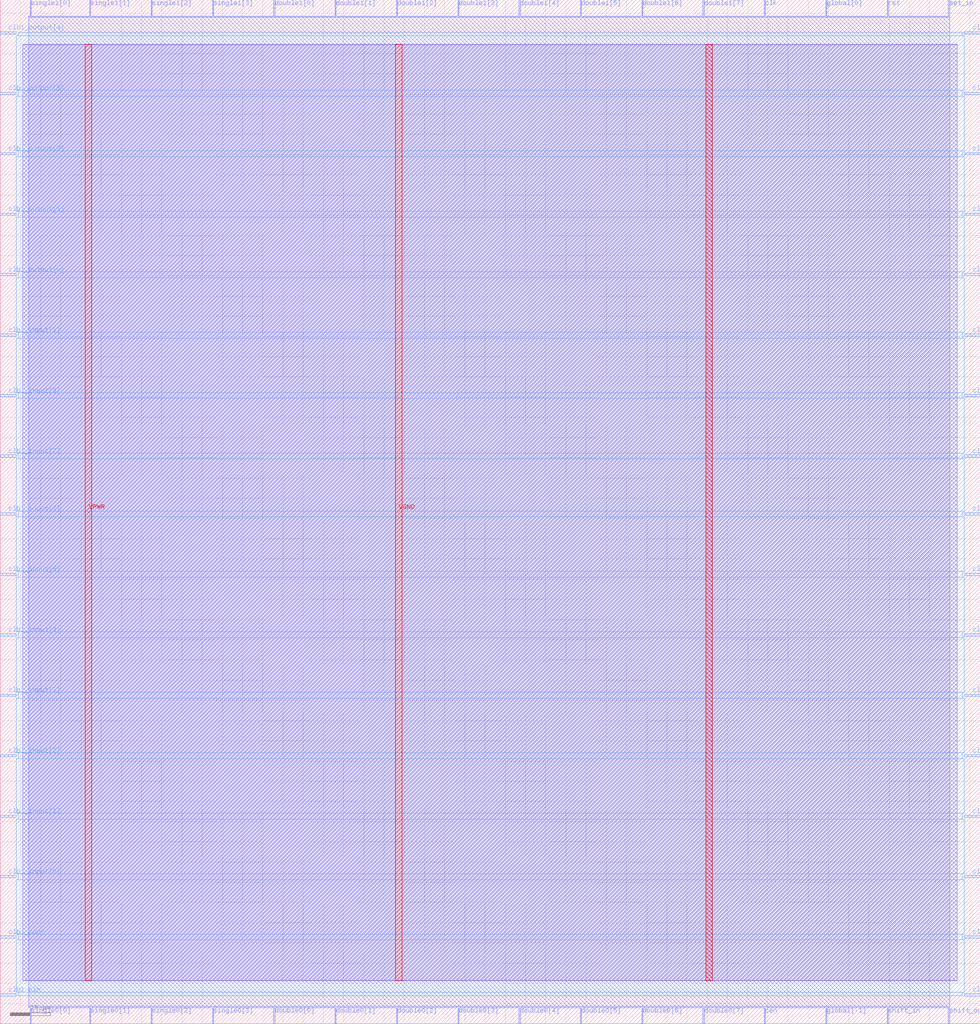
<source format=lef>
VERSION 5.7 ;
  NOWIREEXTENSIONATPIN ON ;
  DIVIDERCHAR "/" ;
  BUSBITCHARS "[]" ;
MACRO baked_connection_block
  CLASS BLOCK ;
  FOREIGN baked_connection_block ;
  ORIGIN 0.000 0.000 ;
  SIZE 242.560 BY 253.280 ;
  PIN cen
    DIRECTION INPUT ;
    PORT
      LAYER met2 ;
        RECT 189.150 0.000 189.430 4.000 ;
    END
  END cen
  PIN clb0_cin
    DIRECTION OUTPUT TRISTATE ;
    PORT
      LAYER met3 ;
        RECT 238.560 6.840 242.560 7.440 ;
    END
  END clb0_cin
  PIN clb0_cout
    DIRECTION INPUT ;
    PORT
      LAYER met3 ;
        RECT 238.560 21.120 242.560 21.720 ;
    END
  END clb0_cout
  PIN clb0_input[0]
    DIRECTION OUTPUT TRISTATE ;
    PORT
      LAYER met3 ;
        RECT 238.560 36.080 242.560 36.680 ;
    END
  END clb0_input[0]
  PIN clb0_input[1]
    DIRECTION OUTPUT TRISTATE ;
    PORT
      LAYER met3 ;
        RECT 238.560 51.040 242.560 51.640 ;
    END
  END clb0_input[1]
  PIN clb0_input[2]
    DIRECTION OUTPUT TRISTATE ;
    PORT
      LAYER met3 ;
        RECT 238.560 66.000 242.560 66.600 ;
    END
  END clb0_input[2]
  PIN clb0_input[3]
    DIRECTION OUTPUT TRISTATE ;
    PORT
      LAYER met3 ;
        RECT 238.560 80.960 242.560 81.560 ;
    END
  END clb0_input[3]
  PIN clb0_input[4]
    DIRECTION OUTPUT TRISTATE ;
    PORT
      LAYER met3 ;
        RECT 238.560 95.920 242.560 96.520 ;
    END
  END clb0_input[4]
  PIN clb0_input[5]
    DIRECTION OUTPUT TRISTATE ;
    PORT
      LAYER met3 ;
        RECT 238.560 110.880 242.560 111.480 ;
    END
  END clb0_input[5]
  PIN clb0_input[6]
    DIRECTION OUTPUT TRISTATE ;
    PORT
      LAYER met3 ;
        RECT 238.560 125.840 242.560 126.440 ;
    END
  END clb0_input[6]
  PIN clb0_input[7]
    DIRECTION OUTPUT TRISTATE ;
    PORT
      LAYER met3 ;
        RECT 238.560 140.120 242.560 140.720 ;
    END
  END clb0_input[7]
  PIN clb0_input[8]
    DIRECTION OUTPUT TRISTATE ;
    PORT
      LAYER met3 ;
        RECT 238.560 155.080 242.560 155.680 ;
    END
  END clb0_input[8]
  PIN clb0_input[9]
    DIRECTION OUTPUT TRISTATE ;
    PORT
      LAYER met3 ;
        RECT 238.560 170.040 242.560 170.640 ;
    END
  END clb0_input[9]
  PIN clb0_output[0]
    DIRECTION INPUT ;
    PORT
      LAYER met3 ;
        RECT 238.560 185.000 242.560 185.600 ;
    END
  END clb0_output[0]
  PIN clb0_output[1]
    DIRECTION INPUT ;
    PORT
      LAYER met3 ;
        RECT 238.560 199.960 242.560 200.560 ;
    END
  END clb0_output[1]
  PIN clb0_output[2]
    DIRECTION INPUT ;
    PORT
      LAYER met3 ;
        RECT 238.560 214.920 242.560 215.520 ;
    END
  END clb0_output[2]
  PIN clb0_output[3]
    DIRECTION INPUT ;
    PORT
      LAYER met3 ;
        RECT 238.560 229.880 242.560 230.480 ;
    END
  END clb0_output[3]
  PIN clb0_output[4]
    DIRECTION INPUT ;
    PORT
      LAYER met3 ;
        RECT 238.560 244.840 242.560 245.440 ;
    END
  END clb0_output[4]
  PIN clb1_cin
    DIRECTION OUTPUT TRISTATE ;
    PORT
      LAYER met3 ;
        RECT 0.000 6.840 4.000 7.440 ;
    END
  END clb1_cin
  PIN clb1_cout
    DIRECTION INPUT ;
    PORT
      LAYER met3 ;
        RECT 0.000 21.120 4.000 21.720 ;
    END
  END clb1_cout
  PIN clb1_input[0]
    DIRECTION OUTPUT TRISTATE ;
    PORT
      LAYER met3 ;
        RECT 0.000 36.080 4.000 36.680 ;
    END
  END clb1_input[0]
  PIN clb1_input[1]
    DIRECTION OUTPUT TRISTATE ;
    PORT
      LAYER met3 ;
        RECT 0.000 51.040 4.000 51.640 ;
    END
  END clb1_input[1]
  PIN clb1_input[2]
    DIRECTION OUTPUT TRISTATE ;
    PORT
      LAYER met3 ;
        RECT 0.000 66.000 4.000 66.600 ;
    END
  END clb1_input[2]
  PIN clb1_input[3]
    DIRECTION OUTPUT TRISTATE ;
    PORT
      LAYER met3 ;
        RECT 0.000 80.960 4.000 81.560 ;
    END
  END clb1_input[3]
  PIN clb1_input[4]
    DIRECTION OUTPUT TRISTATE ;
    PORT
      LAYER met3 ;
        RECT 0.000 95.920 4.000 96.520 ;
    END
  END clb1_input[4]
  PIN clb1_input[5]
    DIRECTION OUTPUT TRISTATE ;
    PORT
      LAYER met3 ;
        RECT 0.000 110.880 4.000 111.480 ;
    END
  END clb1_input[5]
  PIN clb1_input[6]
    DIRECTION OUTPUT TRISTATE ;
    PORT
      LAYER met3 ;
        RECT 0.000 125.840 4.000 126.440 ;
    END
  END clb1_input[6]
  PIN clb1_input[7]
    DIRECTION OUTPUT TRISTATE ;
    PORT
      LAYER met3 ;
        RECT 0.000 140.120 4.000 140.720 ;
    END
  END clb1_input[7]
  PIN clb1_input[8]
    DIRECTION OUTPUT TRISTATE ;
    PORT
      LAYER met3 ;
        RECT 0.000 155.080 4.000 155.680 ;
    END
  END clb1_input[8]
  PIN clb1_input[9]
    DIRECTION OUTPUT TRISTATE ;
    PORT
      LAYER met3 ;
        RECT 0.000 170.040 4.000 170.640 ;
    END
  END clb1_input[9]
  PIN clb1_output[0]
    DIRECTION INPUT ;
    PORT
      LAYER met3 ;
        RECT 0.000 185.000 4.000 185.600 ;
    END
  END clb1_output[0]
  PIN clb1_output[1]
    DIRECTION INPUT ;
    PORT
      LAYER met3 ;
        RECT 0.000 199.960 4.000 200.560 ;
    END
  END clb1_output[1]
  PIN clb1_output[2]
    DIRECTION INPUT ;
    PORT
      LAYER met3 ;
        RECT 0.000 214.920 4.000 215.520 ;
    END
  END clb1_output[2]
  PIN clb1_output[3]
    DIRECTION INPUT ;
    PORT
      LAYER met3 ;
        RECT 0.000 229.880 4.000 230.480 ;
    END
  END clb1_output[3]
  PIN clb1_output[4]
    DIRECTION INPUT ;
    PORT
      LAYER met3 ;
        RECT 0.000 244.840 4.000 245.440 ;
    END
  END clb1_output[4]
  PIN clk
    DIRECTION INPUT ;
    PORT
      LAYER met2 ;
        RECT 189.150 249.280 189.430 253.280 ;
    END
  END clk
  PIN double0[0]
    DIRECTION INOUT ;
    PORT
      LAYER met2 ;
        RECT 67.710 0.000 67.990 4.000 ;
    END
  END double0[0]
  PIN double0[1]
    DIRECTION INOUT ;
    PORT
      LAYER met2 ;
        RECT 82.890 0.000 83.170 4.000 ;
    END
  END double0[1]
  PIN double0[2]
    DIRECTION INOUT ;
    PORT
      LAYER met2 ;
        RECT 98.070 0.000 98.350 4.000 ;
    END
  END double0[2]
  PIN double0[3]
    DIRECTION INOUT ;
    PORT
      LAYER met2 ;
        RECT 113.250 0.000 113.530 4.000 ;
    END
  END double0[3]
  PIN double0[4]
    DIRECTION INOUT ;
    PORT
      LAYER met2 ;
        RECT 128.430 0.000 128.710 4.000 ;
    END
  END double0[4]
  PIN double0[5]
    DIRECTION INOUT ;
    PORT
      LAYER met2 ;
        RECT 143.610 0.000 143.890 4.000 ;
    END
  END double0[5]
  PIN double0[6]
    DIRECTION INOUT ;
    PORT
      LAYER met2 ;
        RECT 158.790 0.000 159.070 4.000 ;
    END
  END double0[6]
  PIN double0[7]
    DIRECTION INOUT ;
    PORT
      LAYER met2 ;
        RECT 173.970 0.000 174.250 4.000 ;
    END
  END double0[7]
  PIN double1[0]
    DIRECTION INOUT ;
    PORT
      LAYER met2 ;
        RECT 67.710 249.280 67.990 253.280 ;
    END
  END double1[0]
  PIN double1[1]
    DIRECTION INOUT ;
    PORT
      LAYER met2 ;
        RECT 82.890 249.280 83.170 253.280 ;
    END
  END double1[1]
  PIN double1[2]
    DIRECTION INOUT ;
    PORT
      LAYER met2 ;
        RECT 98.070 249.280 98.350 253.280 ;
    END
  END double1[2]
  PIN double1[3]
    DIRECTION INOUT ;
    PORT
      LAYER met2 ;
        RECT 113.250 249.280 113.530 253.280 ;
    END
  END double1[3]
  PIN double1[4]
    DIRECTION INOUT ;
    PORT
      LAYER met2 ;
        RECT 128.430 249.280 128.710 253.280 ;
    END
  END double1[4]
  PIN double1[5]
    DIRECTION INOUT ;
    PORT
      LAYER met2 ;
        RECT 143.610 249.280 143.890 253.280 ;
    END
  END double1[5]
  PIN double1[6]
    DIRECTION INOUT ;
    PORT
      LAYER met2 ;
        RECT 158.790 249.280 159.070 253.280 ;
    END
  END double1[6]
  PIN double1[7]
    DIRECTION INOUT ;
    PORT
      LAYER met2 ;
        RECT 173.970 249.280 174.250 253.280 ;
    END
  END double1[7]
  PIN global[-1]
    DIRECTION INOUT ;
    PORT
      LAYER met2 ;
        RECT 204.330 0.000 204.610 4.000 ;
    END
  END global[-1]
  PIN global[0]
    DIRECTION INOUT ;
    PORT
      LAYER met2 ;
        RECT 204.330 249.280 204.610 253.280 ;
    END
  END global[0]
  PIN rst
    DIRECTION INPUT ;
    PORT
      LAYER met2 ;
        RECT 219.510 249.280 219.790 253.280 ;
    END
  END rst
  PIN set_in
    DIRECTION INPUT ;
    PORT
      LAYER met2 ;
        RECT 234.690 249.280 234.970 253.280 ;
    END
  END set_in
  PIN shift_in
    DIRECTION INPUT ;
    PORT
      LAYER met2 ;
        RECT 219.510 0.000 219.790 4.000 ;
    END
  END shift_in
  PIN shift_out
    DIRECTION OUTPUT TRISTATE ;
    PORT
      LAYER met2 ;
        RECT 234.690 0.000 234.970 4.000 ;
    END
  END shift_out
  PIN single0[0]
    DIRECTION INOUT ;
    PORT
      LAYER met2 ;
        RECT 7.450 0.000 7.730 4.000 ;
    END
  END single0[0]
  PIN single0[1]
    DIRECTION INOUT ;
    PORT
      LAYER met2 ;
        RECT 22.170 0.000 22.450 4.000 ;
    END
  END single0[1]
  PIN single0[2]
    DIRECTION INOUT ;
    PORT
      LAYER met2 ;
        RECT 37.350 0.000 37.630 4.000 ;
    END
  END single0[2]
  PIN single0[3]
    DIRECTION INOUT ;
    PORT
      LAYER met2 ;
        RECT 52.530 0.000 52.810 4.000 ;
    END
  END single0[3]
  PIN single1[0]
    DIRECTION INOUT ;
    PORT
      LAYER met2 ;
        RECT 7.450 249.280 7.730 253.280 ;
    END
  END single1[0]
  PIN single1[1]
    DIRECTION INOUT ;
    PORT
      LAYER met2 ;
        RECT 22.170 249.280 22.450 253.280 ;
    END
  END single1[1]
  PIN single1[2]
    DIRECTION INOUT ;
    PORT
      LAYER met2 ;
        RECT 37.350 249.280 37.630 253.280 ;
    END
  END single1[2]
  PIN single1[3]
    DIRECTION INOUT ;
    PORT
      LAYER met2 ;
        RECT 52.530 249.280 52.810 253.280 ;
    END
  END single1[3]
  PIN VPWR
    DIRECTION INPUT ;
    USE POWER ;
    PORT
      LAYER met4 ;
        RECT 21.040 10.640 22.640 242.320 ;
    END
  END VPWR
  PIN VGND
    DIRECTION INPUT ;
    USE GROUND ;
    PORT
      LAYER met4 ;
        RECT 97.840 10.640 99.440 242.320 ;
    END
  END VGND
  OBS
      LAYER li1 ;
        RECT 5.520 10.795 236.900 242.165 ;
      LAYER met1 ;
        RECT 5.520 10.640 236.900 242.320 ;
      LAYER met2 ;
        RECT 7.000 249.000 7.170 249.280 ;
        RECT 8.010 249.000 21.890 249.280 ;
        RECT 22.730 249.000 37.070 249.280 ;
        RECT 37.910 249.000 52.250 249.280 ;
        RECT 53.090 249.000 67.430 249.280 ;
        RECT 68.270 249.000 82.610 249.280 ;
        RECT 83.450 249.000 97.790 249.280 ;
        RECT 98.630 249.000 112.970 249.280 ;
        RECT 113.810 249.000 128.150 249.280 ;
        RECT 128.990 249.000 143.330 249.280 ;
        RECT 144.170 249.000 158.510 249.280 ;
        RECT 159.350 249.000 173.690 249.280 ;
        RECT 174.530 249.000 188.870 249.280 ;
        RECT 189.710 249.000 204.050 249.280 ;
        RECT 204.890 249.000 219.230 249.280 ;
        RECT 220.070 249.000 234.410 249.280 ;
        RECT 7.000 4.280 234.960 249.000 ;
        RECT 7.000 4.000 7.170 4.280 ;
        RECT 8.010 4.000 21.890 4.280 ;
        RECT 22.730 4.000 37.070 4.280 ;
        RECT 37.910 4.000 52.250 4.280 ;
        RECT 53.090 4.000 67.430 4.280 ;
        RECT 68.270 4.000 82.610 4.280 ;
        RECT 83.450 4.000 97.790 4.280 ;
        RECT 98.630 4.000 112.970 4.280 ;
        RECT 113.810 4.000 128.150 4.280 ;
        RECT 128.990 4.000 143.330 4.280 ;
        RECT 144.170 4.000 158.510 4.280 ;
        RECT 159.350 4.000 173.690 4.280 ;
        RECT 174.530 4.000 188.870 4.280 ;
        RECT 189.710 4.000 204.050 4.280 ;
        RECT 204.890 4.000 219.230 4.280 ;
        RECT 220.070 4.000 234.410 4.280 ;
      LAYER met3 ;
        RECT 4.400 244.440 238.160 245.305 ;
        RECT 4.000 230.880 238.560 244.440 ;
        RECT 4.400 229.480 238.160 230.880 ;
        RECT 4.000 215.920 238.560 229.480 ;
        RECT 4.400 214.520 238.160 215.920 ;
        RECT 4.000 200.960 238.560 214.520 ;
        RECT 4.400 199.560 238.160 200.960 ;
        RECT 4.000 186.000 238.560 199.560 ;
        RECT 4.400 184.600 238.160 186.000 ;
        RECT 4.000 171.040 238.560 184.600 ;
        RECT 4.400 169.640 238.160 171.040 ;
        RECT 4.000 156.080 238.560 169.640 ;
        RECT 4.400 154.680 238.160 156.080 ;
        RECT 4.000 141.120 238.560 154.680 ;
        RECT 4.400 139.720 238.160 141.120 ;
        RECT 4.000 126.840 238.560 139.720 ;
        RECT 4.400 125.440 238.160 126.840 ;
        RECT 4.000 111.880 238.560 125.440 ;
        RECT 4.400 110.480 238.160 111.880 ;
        RECT 4.000 96.920 238.560 110.480 ;
        RECT 4.400 95.520 238.160 96.920 ;
        RECT 4.000 81.960 238.560 95.520 ;
        RECT 4.400 80.560 238.160 81.960 ;
        RECT 4.000 67.000 238.560 80.560 ;
        RECT 4.400 65.600 238.160 67.000 ;
        RECT 4.000 52.040 238.560 65.600 ;
        RECT 4.400 50.640 238.160 52.040 ;
        RECT 4.000 37.080 238.560 50.640 ;
        RECT 4.400 35.680 238.160 37.080 ;
        RECT 4.000 22.120 238.560 35.680 ;
        RECT 4.400 20.720 238.160 22.120 ;
        RECT 4.000 7.840 238.560 20.720 ;
        RECT 4.400 6.975 238.160 7.840 ;
      LAYER met4 ;
        RECT 174.640 10.640 176.240 242.320 ;
  END
END baked_connection_block
END LIBRARY


</source>
